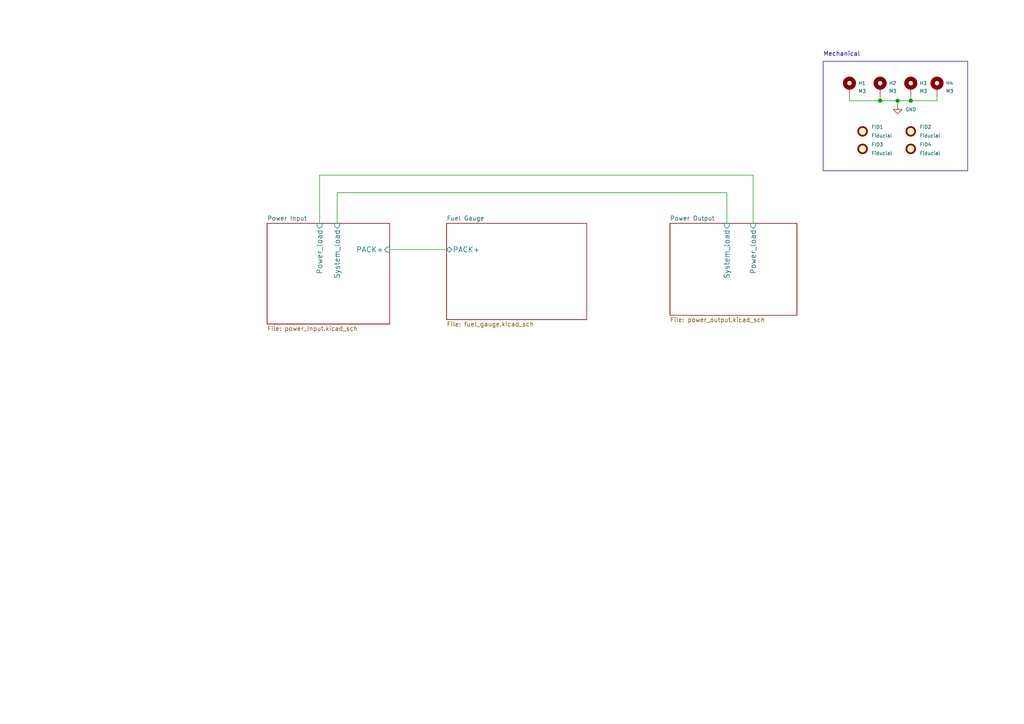
<source format=kicad_sch>
(kicad_sch (version 20231120) (generator "eeschema") (generator_version "8.0")
  (paper "A4")
  (title_block (title "LION2CELL01D") (date "2021-06-02") (rev "D") (company "jacho <jacho@mlab.cz>") (comment 2 "2-cell Li-ion Battery Managment System"))
  (lib_symbols
    (symbol "Mechanical:Fiducial"
      (property "Reference" "FID" (at 0 5.08 0))
      (property "Value" "Fiducial" (at 0 3.175 0))
      (symbol "Fiducial_0_1"
        (circle (center 0 0) (radius 1.27) (stroke (width 0.508)) (fill (type background)))
      )
    )
    (symbol "Mechanical:MountingHole_Pad" (pin_numbers hide) (pin_names (offset 1.016) hide)
      (property "Reference" "H" (at 0 6.35 0))
      (property "Value" "MountingHole_Pad" (at 0 4.445 0))
      (symbol "MountingHole_Pad_0_1"
        (circle (center 0 1.27) (radius 1.27) (stroke (width 1.27)))
      )
      (symbol "MountingHole_Pad_1_1"
        (pin input line (at 0 -2.54 90) (length 2.54) (name "1") (number "1"))
      )
    )
    (symbol "power:GND" (power) (pin_names (offset 0))
      (property "Value" "GND" (at 0 -3.81 0))
      (symbol "GND_0_1"
        (polyline (pts (xy 0 0) (xy 0 -1.27) (xy 1.27 -1.27) (xy 0 -2.54) (xy -1.27 -1.27) (xy 0 -1.27)))
      )
      (symbol "GND_1_1"
        (pin power_in line (at 0 0 270) (length 0) hide (name "GND") (number "1"))
      )
    )
  )
  (junction (at 264.16 29.21) (diameter 1.016))
  (junction (at 260.35 29.21) (diameter 1.016))
  (junction (at 255.27 29.21) (diameter 1.016))
  (wire (pts (xy 246.38 27.94) (xy 246.38 29.21)))
  (wire (pts (xy 97.79 55.88) (xy 97.79 64.77)))
  (wire (pts (xy 246.38 29.21) (xy 255.27 29.21)))
  (wire (pts (xy 92.71 64.77) (xy 92.71 50.8)))
  (wire (pts (xy 210.82 55.88) (xy 97.79 55.88)))
  (wire (pts (xy 218.44 50.8) (xy 218.44 64.77)))
  (wire (pts (xy 264.16 27.94) (xy 264.16 29.21)))
  (wire (pts (xy 271.78 29.21) (xy 271.78 27.94)))
  (wire (pts (xy 260.35 29.21) (xy 264.16 29.21)))
  (wire (pts (xy 210.82 64.77) (xy 210.82 55.88)))
  (wire (pts (xy 92.71 50.8) (xy 218.44 50.8)))
  (wire (pts (xy 264.16 29.21) (xy 271.78 29.21)))
  (wire (pts (xy 260.35 29.21) (xy 260.35 30.48)))
  (wire (pts (xy 255.27 29.21) (xy 260.35 29.21)))
  (wire (pts (xy 113.03 72.39) (xy 129.54 72.39)))
  (wire (pts (xy 255.27 27.94) (xy 255.27 29.21)))
  (rectangle (start 238.76 17.78) (end 280.67 49.53))
  (text "Mechanical" (at 238.76 16.51 0) (effects (font (size 1.27 1.27)) (justify left bottom)))
  (symbol (lib_id "Mechanical:Fiducial") (at 264.16 38.1 0) (unit 1) (in_bom no)
    (property "Reference" "FID2" (at 266.7 36.83 0) (effects (font (size 1 1)) (justify left)))
    (property "Value" "Fiducial" (at 266.7 39.37 0) (effects (font (size 1 1)) (justify left)))
    (property "Footprint" "Fiducial:Fiducial_1mm_Mask2mm" (effects (hide yes)))
    (property "UST_ID" "x" (effects (hide yes)))
  )
  (symbol (lib_id "Mechanical:MountingHole_Pad") (at 246.38 25.4 0) (unit 1) (in_bom no)
    (property "Reference" "H1" (at 248.9201 24.1236 0) (effects (font (size 1 1)) (justify left)))
    (property "Value" "M3" (at 248.9201 26.4223 0) (effects (font (size 1 1)) (justify left)))
    (property "Footprint" "Mlab_Mechanical:MountingHole_3mm" (effects (hide yes)))
    (property "UST_ID" "x" (effects (hide yes)))
  )
  (symbol (lib_id "Mechanical:MountingHole_Pad") (at 271.78 25.4 0) (unit 1) (in_bom no)
    (property "Reference" "H4" (at 274.3201 24.1236 0) (effects (font (size 1 1)) (justify left)))
    (property "Value" "M3" (at 274.3201 26.4223 0) (effects (font (size 1 1)) (justify left)))
    (property "Footprint" "Mlab_Mechanical:MountingHole_3mm" (effects (hide yes)))
    (property "UST_ID" "x" (effects (hide yes)))
  )
  (symbol (lib_id "Mechanical:Fiducial") (at 250.19 38.1 0) (unit 1) (in_bom no)
    (property "Reference" "FID1" (at 252.73 36.83 0) (effects (font (size 1 1)) (justify left)))
    (property "Value" "Fiducial" (at 252.73 39.37 0) (effects (font (size 1 1)) (justify left)))
    (property "Footprint" "Fiducial:Fiducial_1mm_Mask2mm" (effects (hide yes)))
    (property "UST_ID" "x" (effects (hide yes)))
  )
  (symbol (lib_id "Mechanical:MountingHole_Pad") (at 264.16 25.4 0) (unit 1) (in_bom no)
    (property "Reference" "H3" (at 266.7001 24.1236 0) (effects (font (size 1 1)) (justify left)))
    (property "Value" "M3" (at 266.7001 26.4223 0) (effects (font (size 1 1)) (justify left)))
    (property "Footprint" "Mlab_Mechanical:MountingHole_3mm" (effects (hide yes)))
    (property "UST_ID" "x" (effects (hide yes)))
  )
  (symbol (lib_id "Mechanical:MountingHole_Pad") (at 255.27 25.4 0) (unit 1) (in_bom no)
    (property "Reference" "H2" (at 257.8101 24.1236 0) (effects (font (size 1 1)) (justify left)))
    (property "Value" "M3" (at 257.8101 26.4223 0) (effects (font (size 1 1)) (justify left)))
    (property "Footprint" "Mlab_Mechanical:MountingHole_3mm" (effects (hide yes)))
    (property "UST_ID" "x" (effects (hide yes)))
  )
  (symbol (lib_id "power:GND") (at 260.35 30.48 0) (unit 1)
    (property "Reference" "#PWR08" (effects (hide yes)))
    (property "Value" "GND" (at 264.16 31.75 0) (effects (font (size 1 1))))
  )
  (symbol (lib_id "Mechanical:Fiducial") (at 250.19 43.18 0) (unit 1) (in_bom no)
    (property "Reference" "FID3" (at 252.73 41.91 0) (effects (font (size 1 1)) (justify left)))
    (property "Value" "Fiducial" (at 252.73 44.45 0) (effects (font (size 1 1)) (justify left)))
    (property "Footprint" "Fiducial:Fiducial_1mm_Mask2mm" (effects (hide yes)))
    (property "UST_ID" "x" (effects (hide yes)))
  )
  (symbol (lib_id "Mechanical:Fiducial") (at 264.16 43.18 0) (unit 1) (in_bom no)
    (property "Reference" "FID4" (at 266.7 41.91 0) (effects (font (size 1 1)) (justify left)))
    (property "Value" "Fiducial" (at 266.7 44.45 0) (effects (font (size 1 1)) (justify left)))
    (property "Footprint" "Fiducial:Fiducial_1mm_Mask2mm" (effects (hide yes)))
    (property "UST_ID" "x" (effects (hide yes)))
  )
  (sheet (at 77.47 64.77) (size 35.56 29.21) (stroke (width 0.1524))
    (property "Sheetname" "Power Input" (at 77.47 64.0584 0) (effects (justify left bottom)))
    (property "Sheetfile" "power_Input.kicad_sch" (at 77.47 94.5646 0) (effects (justify left top)))
    (pin "PACK+" input (at 113.03 72.39 0) (effects (font (size 1.524 1.524))))
    (pin "System_load" input (at 97.79 64.77 90) (effects (font (size 1.524 1.524))))
    (pin "Power_load" input (at 92.71 64.77 90) (effects (font (size 1.524 1.524))))
  )
  (sheet (at 194.31 64.77) (size 36.83 26.67) (stroke (width 0.1524))
    (property "Sheetname" "Power Output" (at 194.31 64.0584 0) (effects (justify left bottom)))
    (property "Sheetfile" "power_output.kicad_sch" (at 194.31 92.0246 0) (effects (justify left top)))
    (pin "System_load" input (at 210.82 64.77 90) (effects (font (size 1.524 1.524))))
    (pin "Power_load" input (at 218.44 64.77 90) (effects (font (size 1.524 1.524))))
  )
  (sheet (at 129.54 64.77) (size 40.64 27.94) (stroke (width 0.1524))
    (property "Sheetname" "Fuel Gauge" (at 129.54 64.0584 0) (effects (justify left bottom)))
    (property "Sheetfile" "fuel_gauge.kicad_sch" (at 129.54 93.2946 0) (effects (justify left top)))
    (pin "PACK+" bidirectional (at 129.54 72.39 180) (effects (font (size 1.524 1.524))))
  )
)
</source>
